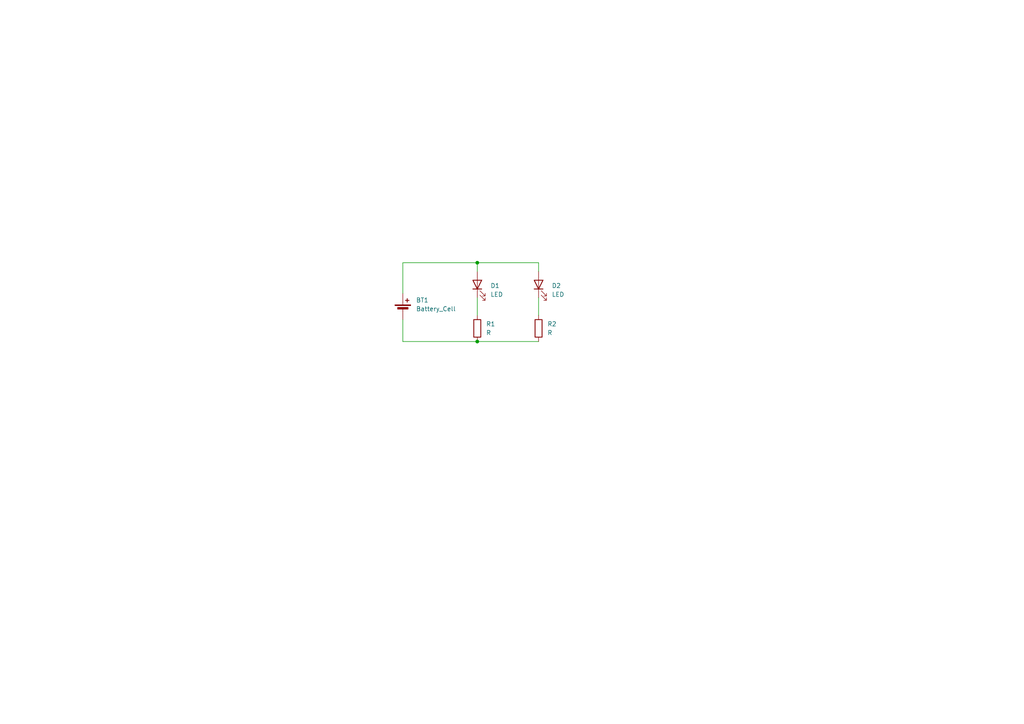
<source format=kicad_sch>
(kicad_sch
	(version 20250114)
	(generator "eeschema")
	(generator_version "9.0")
	(uuid "84470c85-5aa1-4db4-a800-2991c35c03a4")
	(paper "A4")
	(lib_symbols
		(symbol "Device:Battery_Cell"
			(pin_numbers
				(hide yes)
			)
			(pin_names
				(offset 0)
				(hide yes)
			)
			(exclude_from_sim no)
			(in_bom yes)
			(on_board yes)
			(property "Reference" "BT"
				(at 2.54 2.54 0)
				(effects
					(font
						(size 1.27 1.27)
					)
					(justify left)
				)
			)
			(property "Value" "Battery_Cell"
				(at 2.54 0 0)
				(effects
					(font
						(size 1.27 1.27)
					)
					(justify left)
				)
			)
			(property "Footprint" ""
				(at 0 1.524 90)
				(effects
					(font
						(size 1.27 1.27)
					)
					(hide yes)
				)
			)
			(property "Datasheet" "~"
				(at 0 1.524 90)
				(effects
					(font
						(size 1.27 1.27)
					)
					(hide yes)
				)
			)
			(property "Description" "Single-cell battery"
				(at 0 0 0)
				(effects
					(font
						(size 1.27 1.27)
					)
					(hide yes)
				)
			)
			(property "ki_keywords" "battery cell"
				(at 0 0 0)
				(effects
					(font
						(size 1.27 1.27)
					)
					(hide yes)
				)
			)
			(symbol "Battery_Cell_0_1"
				(rectangle
					(start -2.286 1.778)
					(end 2.286 1.524)
					(stroke
						(width 0)
						(type default)
					)
					(fill
						(type outline)
					)
				)
				(rectangle
					(start -1.524 1.016)
					(end 1.524 0.508)
					(stroke
						(width 0)
						(type default)
					)
					(fill
						(type outline)
					)
				)
				(polyline
					(pts
						(xy 0 1.778) (xy 0 2.54)
					)
					(stroke
						(width 0)
						(type default)
					)
					(fill
						(type none)
					)
				)
				(polyline
					(pts
						(xy 0 0.762) (xy 0 0)
					)
					(stroke
						(width 0)
						(type default)
					)
					(fill
						(type none)
					)
				)
				(polyline
					(pts
						(xy 0.762 3.048) (xy 1.778 3.048)
					)
					(stroke
						(width 0.254)
						(type default)
					)
					(fill
						(type none)
					)
				)
				(polyline
					(pts
						(xy 1.27 3.556) (xy 1.27 2.54)
					)
					(stroke
						(width 0.254)
						(type default)
					)
					(fill
						(type none)
					)
				)
			)
			(symbol "Battery_Cell_1_1"
				(pin passive line
					(at 0 5.08 270)
					(length 2.54)
					(name "+"
						(effects
							(font
								(size 1.27 1.27)
							)
						)
					)
					(number "1"
						(effects
							(font
								(size 1.27 1.27)
							)
						)
					)
				)
				(pin passive line
					(at 0 -2.54 90)
					(length 2.54)
					(name "-"
						(effects
							(font
								(size 1.27 1.27)
							)
						)
					)
					(number "2"
						(effects
							(font
								(size 1.27 1.27)
							)
						)
					)
				)
			)
			(embedded_fonts no)
		)
		(symbol "Device:LED"
			(pin_numbers
				(hide yes)
			)
			(pin_names
				(offset 1.016)
				(hide yes)
			)
			(exclude_from_sim no)
			(in_bom yes)
			(on_board yes)
			(property "Reference" "D"
				(at 0 2.54 0)
				(effects
					(font
						(size 1.27 1.27)
					)
				)
			)
			(property "Value" "LED"
				(at 0 -2.54 0)
				(effects
					(font
						(size 1.27 1.27)
					)
				)
			)
			(property "Footprint" ""
				(at 0 0 0)
				(effects
					(font
						(size 1.27 1.27)
					)
					(hide yes)
				)
			)
			(property "Datasheet" "~"
				(at 0 0 0)
				(effects
					(font
						(size 1.27 1.27)
					)
					(hide yes)
				)
			)
			(property "Description" "Light emitting diode"
				(at 0 0 0)
				(effects
					(font
						(size 1.27 1.27)
					)
					(hide yes)
				)
			)
			(property "Sim.Pins" "1=K 2=A"
				(at 0 0 0)
				(effects
					(font
						(size 1.27 1.27)
					)
					(hide yes)
				)
			)
			(property "ki_keywords" "LED diode"
				(at 0 0 0)
				(effects
					(font
						(size 1.27 1.27)
					)
					(hide yes)
				)
			)
			(property "ki_fp_filters" "LED* LED_SMD:* LED_THT:*"
				(at 0 0 0)
				(effects
					(font
						(size 1.27 1.27)
					)
					(hide yes)
				)
			)
			(symbol "LED_0_1"
				(polyline
					(pts
						(xy -3.048 -0.762) (xy -4.572 -2.286) (xy -3.81 -2.286) (xy -4.572 -2.286) (xy -4.572 -1.524)
					)
					(stroke
						(width 0)
						(type default)
					)
					(fill
						(type none)
					)
				)
				(polyline
					(pts
						(xy -1.778 -0.762) (xy -3.302 -2.286) (xy -2.54 -2.286) (xy -3.302 -2.286) (xy -3.302 -1.524)
					)
					(stroke
						(width 0)
						(type default)
					)
					(fill
						(type none)
					)
				)
				(polyline
					(pts
						(xy -1.27 0) (xy 1.27 0)
					)
					(stroke
						(width 0)
						(type default)
					)
					(fill
						(type none)
					)
				)
				(polyline
					(pts
						(xy -1.27 -1.27) (xy -1.27 1.27)
					)
					(stroke
						(width 0.254)
						(type default)
					)
					(fill
						(type none)
					)
				)
				(polyline
					(pts
						(xy 1.27 -1.27) (xy 1.27 1.27) (xy -1.27 0) (xy 1.27 -1.27)
					)
					(stroke
						(width 0.254)
						(type default)
					)
					(fill
						(type none)
					)
				)
			)
			(symbol "LED_1_1"
				(pin passive line
					(at -3.81 0 0)
					(length 2.54)
					(name "K"
						(effects
							(font
								(size 1.27 1.27)
							)
						)
					)
					(number "1"
						(effects
							(font
								(size 1.27 1.27)
							)
						)
					)
				)
				(pin passive line
					(at 3.81 0 180)
					(length 2.54)
					(name "A"
						(effects
							(font
								(size 1.27 1.27)
							)
						)
					)
					(number "2"
						(effects
							(font
								(size 1.27 1.27)
							)
						)
					)
				)
			)
			(embedded_fonts no)
		)
		(symbol "Device:R"
			(pin_numbers
				(hide yes)
			)
			(pin_names
				(offset 0)
			)
			(exclude_from_sim no)
			(in_bom yes)
			(on_board yes)
			(property "Reference" "R"
				(at 2.032 0 90)
				(effects
					(font
						(size 1.27 1.27)
					)
				)
			)
			(property "Value" "R"
				(at 0 0 90)
				(effects
					(font
						(size 1.27 1.27)
					)
				)
			)
			(property "Footprint" ""
				(at -1.778 0 90)
				(effects
					(font
						(size 1.27 1.27)
					)
					(hide yes)
				)
			)
			(property "Datasheet" "~"
				(at 0 0 0)
				(effects
					(font
						(size 1.27 1.27)
					)
					(hide yes)
				)
			)
			(property "Description" "Resistor"
				(at 0 0 0)
				(effects
					(font
						(size 1.27 1.27)
					)
					(hide yes)
				)
			)
			(property "ki_keywords" "R res resistor"
				(at 0 0 0)
				(effects
					(font
						(size 1.27 1.27)
					)
					(hide yes)
				)
			)
			(property "ki_fp_filters" "R_*"
				(at 0 0 0)
				(effects
					(font
						(size 1.27 1.27)
					)
					(hide yes)
				)
			)
			(symbol "R_0_1"
				(rectangle
					(start -1.016 -2.54)
					(end 1.016 2.54)
					(stroke
						(width 0.254)
						(type default)
					)
					(fill
						(type none)
					)
				)
			)
			(symbol "R_1_1"
				(pin passive line
					(at 0 3.81 270)
					(length 1.27)
					(name "~"
						(effects
							(font
								(size 1.27 1.27)
							)
						)
					)
					(number "1"
						(effects
							(font
								(size 1.27 1.27)
							)
						)
					)
				)
				(pin passive line
					(at 0 -3.81 90)
					(length 1.27)
					(name "~"
						(effects
							(font
								(size 1.27 1.27)
							)
						)
					)
					(number "2"
						(effects
							(font
								(size 1.27 1.27)
							)
						)
					)
				)
			)
			(embedded_fonts no)
		)
	)
	(junction
		(at 138.43 76.2)
		(diameter 0)
		(color 0 0 0 0)
		(uuid "1b624211-abe7-47b8-924e-dd29df9b52de")
	)
	(junction
		(at 138.43 99.06)
		(diameter 0)
		(color 0 0 0 0)
		(uuid "d942e3b4-5ce3-4353-a0eb-fd3236c6122a")
	)
	(wire
		(pts
			(xy 138.43 99.06) (xy 156.21 99.06)
		)
		(stroke
			(width 0)
			(type default)
		)
		(uuid "19463bdb-1ef8-422d-ba28-b48481cf9e03")
	)
	(wire
		(pts
			(xy 156.21 76.2) (xy 156.21 78.74)
		)
		(stroke
			(width 0)
			(type default)
		)
		(uuid "231ec2cf-8b02-4dc0-8007-229396c13a4a")
	)
	(wire
		(pts
			(xy 138.43 86.36) (xy 138.43 91.44)
		)
		(stroke
			(width 0)
			(type default)
		)
		(uuid "438cb1dc-bdc8-4a58-b185-58efe2cdc379")
	)
	(wire
		(pts
			(xy 138.43 99.06) (xy 116.84 99.06)
		)
		(stroke
			(width 0)
			(type default)
		)
		(uuid "57fcd630-e628-40b6-8ea0-58a00c517c6a")
	)
	(wire
		(pts
			(xy 116.84 85.09) (xy 116.84 76.2)
		)
		(stroke
			(width 0)
			(type default)
		)
		(uuid "7f717cea-a2b3-4828-bbcb-df4fde389f48")
	)
	(wire
		(pts
			(xy 138.43 76.2) (xy 156.21 76.2)
		)
		(stroke
			(width 0)
			(type default)
		)
		(uuid "91b9f20c-54e6-4d29-993a-0df903d34311")
	)
	(wire
		(pts
			(xy 156.21 86.36) (xy 156.21 91.44)
		)
		(stroke
			(width 0)
			(type default)
		)
		(uuid "a1a5b608-b832-44cf-b3e6-761991cad99a")
	)
	(wire
		(pts
			(xy 116.84 76.2) (xy 138.43 76.2)
		)
		(stroke
			(width 0)
			(type default)
		)
		(uuid "b56895eb-f70a-48e1-99b7-1f9c1dabd1df")
	)
	(wire
		(pts
			(xy 138.43 76.2) (xy 138.43 78.74)
		)
		(stroke
			(width 0)
			(type default)
		)
		(uuid "c77a8024-6682-413b-8753-1cd77c9f9603")
	)
	(wire
		(pts
			(xy 116.84 99.06) (xy 116.84 92.71)
		)
		(stroke
			(width 0)
			(type default)
		)
		(uuid "fe57c3c2-bbd1-4f0c-a060-70d055fe3e87")
	)
	(symbol
		(lib_id "Device:R")
		(at 156.21 95.25 0)
		(unit 1)
		(exclude_from_sim no)
		(in_bom yes)
		(on_board yes)
		(dnp no)
		(fields_autoplaced yes)
		(uuid "1d5c3ca1-4105-478f-992b-95d933f33cca")
		(property "Reference" "R2"
			(at 158.75 93.9799 0)
			(effects
				(font
					(size 1.27 1.27)
				)
				(justify left)
			)
		)
		(property "Value" "R"
			(at 158.75 96.5199 0)
			(effects
				(font
					(size 1.27 1.27)
				)
				(justify left)
			)
		)
		(property "Footprint" "Resistor_THT:R_Axial_DIN0207_L6.3mm_D2.5mm_P7.62mm_Horizontal"
			(at 154.432 95.25 90)
			(effects
				(font
					(size 1.27 1.27)
				)
				(hide yes)
			)
		)
		(property "Datasheet" "~"
			(at 156.21 95.25 0)
			(effects
				(font
					(size 1.27 1.27)
				)
				(hide yes)
			)
		)
		(property "Description" "Resistor"
			(at 156.21 95.25 0)
			(effects
				(font
					(size 1.27 1.27)
				)
				(hide yes)
			)
		)
		(pin "1"
			(uuid "5eda9e92-7818-44ba-bb79-8f82fd26f092")
		)
		(pin "2"
			(uuid "c0ff78bb-e684-454c-8a47-35d5198623ef")
		)
		(instances
			(project ""
				(path "/84470c85-5aa1-4db4-a800-2991c35c03a4"
					(reference "R2")
					(unit 1)
				)
			)
		)
	)
	(symbol
		(lib_id "Device:Battery_Cell")
		(at 116.84 90.17 0)
		(unit 1)
		(exclude_from_sim no)
		(in_bom yes)
		(on_board yes)
		(dnp no)
		(fields_autoplaced yes)
		(uuid "3c63e701-8edd-43bd-88e1-bdd7f9f58c4c")
		(property "Reference" "BT1"
			(at 120.65 87.0584 0)
			(effects
				(font
					(size 1.27 1.27)
				)
				(justify left)
			)
		)
		(property "Value" "Battery_Cell"
			(at 120.65 89.5984 0)
			(effects
				(font
					(size 1.27 1.27)
				)
				(justify left)
			)
		)
		(property "Footprint" "Battery:BatteryHolder_Keystone_3034_1x20mm"
			(at 116.84 88.646 90)
			(effects
				(font
					(size 1.27 1.27)
				)
				(hide yes)
			)
		)
		(property "Datasheet" "~"
			(at 116.84 88.646 90)
			(effects
				(font
					(size 1.27 1.27)
				)
				(hide yes)
			)
		)
		(property "Description" "Single-cell battery"
			(at 116.84 90.17 0)
			(effects
				(font
					(size 1.27 1.27)
				)
				(hide yes)
			)
		)
		(pin "2"
			(uuid "b0142a5b-3585-4c0f-8fde-dc794725e8c4")
		)
		(pin "1"
			(uuid "0b41c7c2-c49b-4d56-a07d-f6a38b5d1a9f")
		)
		(instances
			(project ""
				(path "/84470c85-5aa1-4db4-a800-2991c35c03a4"
					(reference "BT1")
					(unit 1)
				)
			)
		)
	)
	(symbol
		(lib_id "Device:R")
		(at 138.43 95.25 0)
		(unit 1)
		(exclude_from_sim no)
		(in_bom yes)
		(on_board yes)
		(dnp no)
		(fields_autoplaced yes)
		(uuid "cccca55e-6dbc-4039-a373-0eba28db2810")
		(property "Reference" "R1"
			(at 140.97 93.9799 0)
			(effects
				(font
					(size 1.27 1.27)
				)
				(justify left)
			)
		)
		(property "Value" "R"
			(at 140.97 96.5199 0)
			(effects
				(font
					(size 1.27 1.27)
				)
				(justify left)
			)
		)
		(property "Footprint" "Resistor_THT:R_Axial_DIN0207_L6.3mm_D2.5mm_P7.62mm_Horizontal"
			(at 136.652 95.25 90)
			(effects
				(font
					(size 1.27 1.27)
				)
				(hide yes)
			)
		)
		(property "Datasheet" "~"
			(at 138.43 95.25 0)
			(effects
				(font
					(size 1.27 1.27)
				)
				(hide yes)
			)
		)
		(property "Description" "Resistor"
			(at 138.43 95.25 0)
			(effects
				(font
					(size 1.27 1.27)
				)
				(hide yes)
			)
		)
		(pin "1"
			(uuid "da08fa6f-7d34-4bfd-bfc2-a16bbccba658")
		)
		(pin "2"
			(uuid "35272aa5-71ca-4c85-8d5f-cda08982cd3c")
		)
		(instances
			(project ""
				(path "/84470c85-5aa1-4db4-a800-2991c35c03a4"
					(reference "R1")
					(unit 1)
				)
			)
		)
	)
	(symbol
		(lib_id "Device:LED")
		(at 138.43 82.55 90)
		(unit 1)
		(exclude_from_sim no)
		(in_bom yes)
		(on_board yes)
		(dnp no)
		(fields_autoplaced yes)
		(uuid "fb5ff947-aae0-465a-b7a4-7762688980fc")
		(property "Reference" "D1"
			(at 142.24 82.8674 90)
			(effects
				(font
					(size 1.27 1.27)
				)
				(justify right)
			)
		)
		(property "Value" "LED"
			(at 142.24 85.4074 90)
			(effects
				(font
					(size 1.27 1.27)
				)
				(justify right)
			)
		)
		(property "Footprint" "LED_THT:LED_D5.0mm"
			(at 138.43 82.55 0)
			(effects
				(font
					(size 1.27 1.27)
				)
				(hide yes)
			)
		)
		(property "Datasheet" "~"
			(at 138.43 82.55 0)
			(effects
				(font
					(size 1.27 1.27)
				)
				(hide yes)
			)
		)
		(property "Description" "Light emitting diode"
			(at 138.43 82.55 0)
			(effects
				(font
					(size 1.27 1.27)
				)
				(hide yes)
			)
		)
		(property "Sim.Pins" "1=K 2=A"
			(at 138.43 82.55 0)
			(effects
				(font
					(size 1.27 1.27)
				)
				(hide yes)
			)
		)
		(pin "2"
			(uuid "ff500c07-0f8d-4e77-b58f-9a5cb058ed9d")
		)
		(pin "1"
			(uuid "d313994f-2106-4dbf-9fd7-40a1a83e404b")
		)
		(instances
			(project ""
				(path "/84470c85-5aa1-4db4-a800-2991c35c03a4"
					(reference "D1")
					(unit 1)
				)
			)
		)
	)
	(symbol
		(lib_id "Device:LED")
		(at 156.21 82.55 90)
		(unit 1)
		(exclude_from_sim no)
		(in_bom yes)
		(on_board yes)
		(dnp no)
		(fields_autoplaced yes)
		(uuid "fbf7b3ab-9e31-4f2c-bf62-5d4f3144bd4f")
		(property "Reference" "D2"
			(at 160.02 82.8674 90)
			(effects
				(font
					(size 1.27 1.27)
				)
				(justify right)
			)
		)
		(property "Value" "LED"
			(at 160.02 85.4074 90)
			(effects
				(font
					(size 1.27 1.27)
				)
				(justify right)
			)
		)
		(property "Footprint" "LED_THT:LED_D5.0mm"
			(at 156.21 82.55 0)
			(effects
				(font
					(size 1.27 1.27)
				)
				(hide yes)
			)
		)
		(property "Datasheet" "~"
			(at 156.21 82.55 0)
			(effects
				(font
					(size 1.27 1.27)
				)
				(hide yes)
			)
		)
		(property "Description" "Light emitting diode"
			(at 156.21 82.55 0)
			(effects
				(font
					(size 1.27 1.27)
				)
				(hide yes)
			)
		)
		(property "Sim.Pins" "1=K 2=A"
			(at 156.21 82.55 0)
			(effects
				(font
					(size 1.27 1.27)
				)
				(hide yes)
			)
		)
		(pin "2"
			(uuid "1f3a21fb-97a1-4369-a77f-62847f6647b7")
		)
		(pin "1"
			(uuid "d93be6e2-46e2-40cf-b9d5-46491e5c0045")
		)
		(instances
			(project ""
				(path "/84470c85-5aa1-4db4-a800-2991c35c03a4"
					(reference "D2")
					(unit 1)
				)
			)
		)
	)
	(sheet_instances
		(path "/"
			(page "1")
		)
	)
	(embedded_fonts no)
)

</source>
